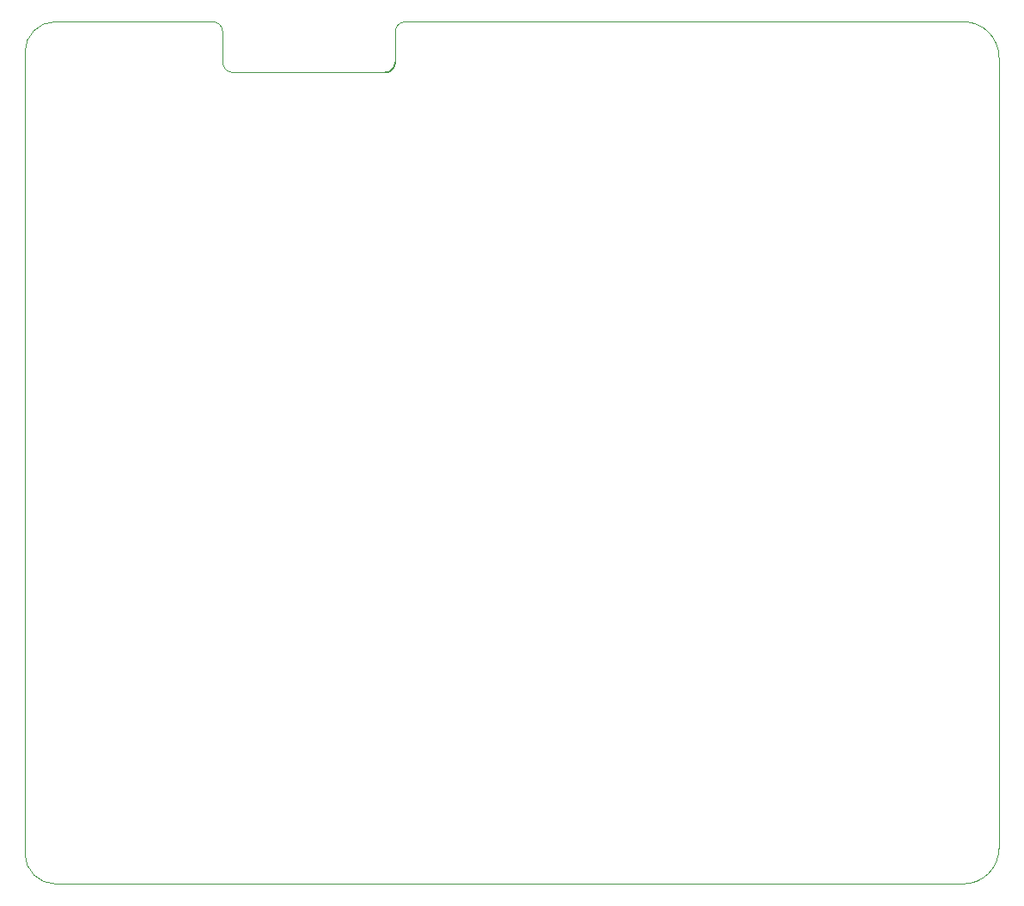
<source format=gbr>
G04 #@! TF.GenerationSoftware,KiCad,Pcbnew,(5.99.0-11120-g1d6ad4a52a)*
G04 #@! TF.CreationDate,2021-08-25T17:06:27+02:00*
G04 #@! TF.ProjectId,CarPiPowerHat,43617250-6950-46f7-9765-724861742e6b,0.2*
G04 #@! TF.SameCoordinates,Original*
G04 #@! TF.FileFunction,Profile,NP*
%FSLAX46Y46*%
G04 Gerber Fmt 4.6, Leading zero omitted, Abs format (unit mm)*
G04 Created by KiCad (PCBNEW (5.99.0-11120-g1d6ad4a52a)) date 2021-08-25 17:06:27*
%MOMM*%
%LPD*%
G01*
G04 APERTURE LIST*
G04 #@! TA.AperFunction,Profile*
%ADD10C,0.100000*%
G04 #@! TD*
G04 #@! TA.AperFunction,Profile*
%ADD11C,0.150000*%
G04 #@! TD*
G04 APERTURE END LIST*
D10*
X81000000Y-116500000D02*
X170500000Y-116500000D01*
X98499997Y-36500003D02*
G75*
G02*
X97500000Y-35500000I3J1000000D01*
G01*
X97500000Y-35500000D02*
X97500000Y-32500000D01*
X96500003Y-31499997D02*
G75*
G02*
X97500000Y-32500000I-3J-1000000D01*
G01*
X113500000Y-36500000D02*
X98500000Y-36500000D01*
X81000000Y-116500000D02*
G75*
G02*
X78005236Y-113500005I5236J2999995D01*
G01*
X78000000Y-34500000D02*
X78005236Y-113500005D01*
X115499997Y-31500003D02*
G75*
G03*
X114500000Y-32500000I0J-999997D01*
G01*
X96500000Y-31500000D02*
X81000000Y-31500000D01*
X173999998Y-34999998D02*
G75*
G03*
X170500000Y-31500000I-3499998J0D01*
G01*
X114500000Y-32500000D02*
X114500000Y-35500000D01*
X170500000Y-31500000D02*
X115500000Y-31500000D01*
X174000000Y-35000000D02*
X174000000Y-113000000D01*
X174000002Y-113000002D02*
G75*
G02*
X170500000Y-116500000I-3500000J2D01*
G01*
D11*
X113500000Y-36500000D02*
G75*
G03*
X114500000Y-35500000I0J1000000D01*
G01*
D10*
X78000000Y-34500000D02*
G75*
G02*
X81000000Y-31500000I3000000J0D01*
G01*
M02*

</source>
